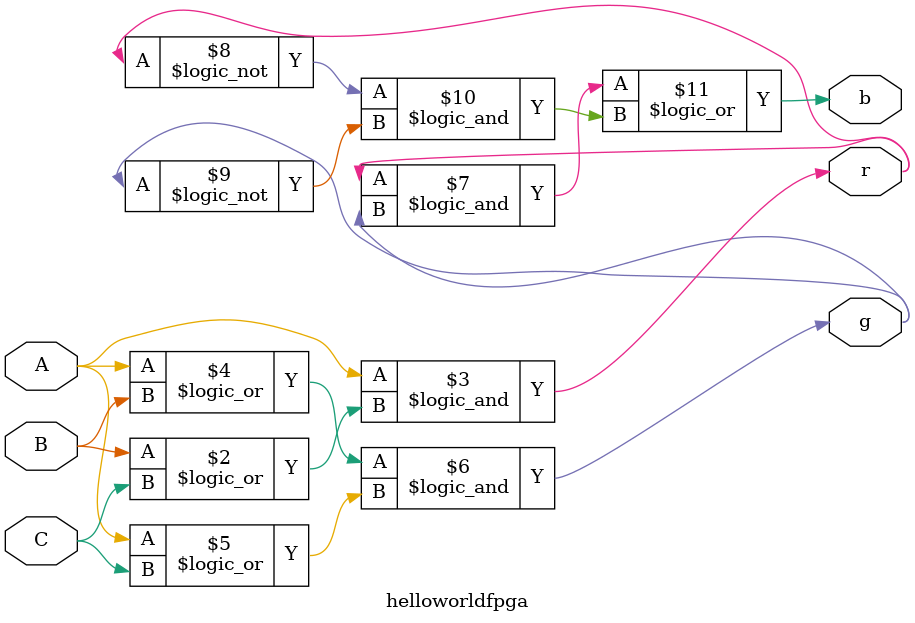
<source format=v>
module helloworldfpga(
	input A,
	input B,
	input C,
	output wire r,
	output wire g,
	output wire b,
);
reg r,g,b;
always@(A,B,C)
begin
	r=A&&(B||C);
	g= (A||B)&&(A||C);
	b= (r&&g)||(!r&&!g);
end
endmodule

</source>
